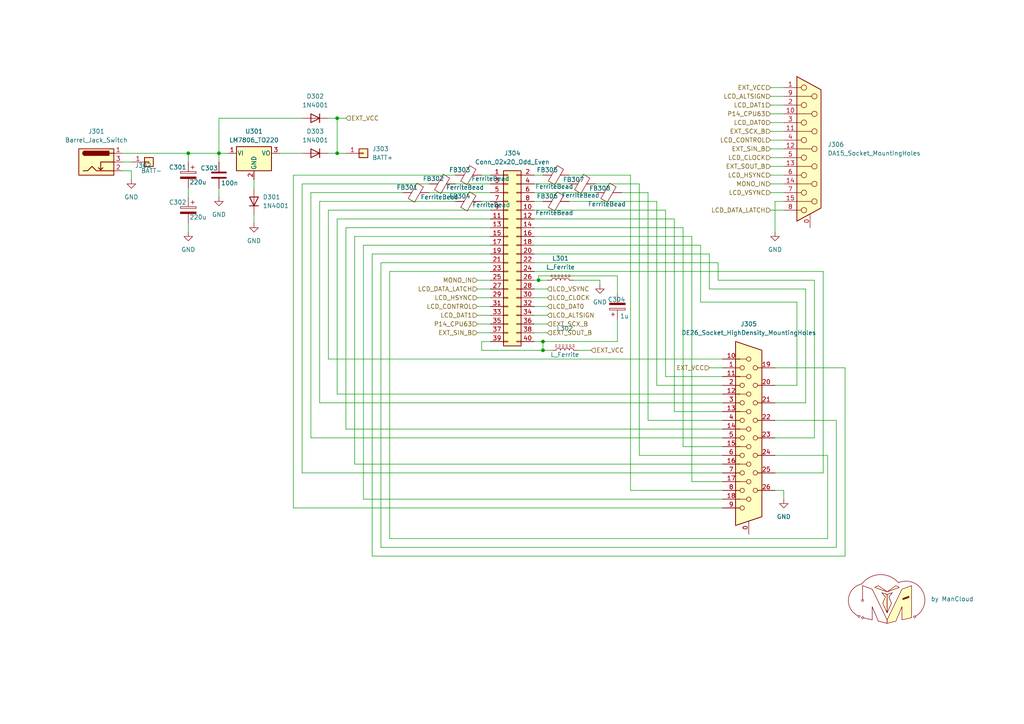
<source format=kicad_sch>
(kicad_sch (version 20250114) (generator "eeschema") (generator_version "9.0")
  (paper "A4")
  (lib_symbols
    (symbol "Connector:Barrel_Jack_Switch" (pin_names (hide yes))
      (property "Reference" "J" (at 0 5.334 0))
      (property "Value" "Barrel_Jack_Switch" (at 0 -5.08 0))
      (symbol "Barrel_Jack_Switch_0_1"
        (rectangle (start -5.08 3.81) (end 5.08 -3.81) (stroke (width 0.254)) (fill (type background)))
        (polyline (pts (xy -3.81 -2.54) (xy -2.54 -2.54) (xy -1.27 -1.27) (xy 0 -2.54) (xy 2.54 -2.54) (xy 5.08 -2.54)) (stroke (width 0.254)))
        (arc (start -3.302 1.905) (mid -3.9343 2.54) (end -3.302 3.175) (stroke (width 0.254)))
        (arc (start -3.302 1.905) (mid -3.9343 2.54) (end -3.302 3.175) (stroke (width 0.254)) (fill (type outline)))
        (polyline (pts (xy 1.27 -2.286) (xy 1.905 -1.651)) (stroke (width 0.254)))
        (rectangle (start 3.683 3.175) (end -3.302 1.905) (stroke (width 0.254)) (fill (type outline)))
        (polyline (pts (xy 5.08 2.54) (xy 3.81 2.54)) (stroke (width 0.254)))
        (polyline (pts (xy 5.08 0) (xy 1.27 0) (xy 1.27 -2.286) (xy 0.635 -1.651)) (stroke (width 0.254)))
      )
      (symbol "Barrel_Jack_Switch_1_1"
        (pin passive line (at 7.62 2.54 180) (length 2.54) (name "~") (number "1"))
        (pin passive line (at 7.62 0 180) (length 2.54) (name "~") (number "3"))
        (pin passive line (at 7.62 -2.54 180) (length 2.54) (name "~") (number "2"))
      )
    )
    (symbol "Connector:DA15_Socket_MountingHoles" (pin_names (offset 1.016) (hide yes))
      (property "Reference" "J" (at 0 24.13 0))
      (property "Value" "DA15_Socket_MountingHoles" (at 0 22.225 0))
      (symbol "DA15_Socket_MountingHoles_0_1"
        (polyline (pts (xy -3.81 20.955) (xy 3.175 17.145) (xy 3.175 -17.145) (xy -3.81 -20.955) (xy -3.81 20.955)) (stroke (width 0.254)) (fill (type background)))
        (polyline (pts (xy -3.81 17.78) (xy -2.54 17.78)))
        (polyline (pts (xy -3.81 15.24) (xy 0.508 15.24)))
        (polyline (pts (xy -3.81 12.7) (xy -2.54 12.7)))
        (polyline (pts (xy -3.81 10.16) (xy 0.508 10.16)))
        (polyline (pts (xy -3.81 7.62) (xy -2.54 7.62)))
        (polyline (pts (xy -3.81 5.08) (xy 0.508 5.08)))
        (polyline (pts (xy -3.81 2.54) (xy -2.54 2.54)))
        (polyline (pts (xy -3.81 0) (xy 0.508 0)))
        (polyline (pts (xy -3.81 -2.54) (xy -2.54 -2.54)))
        (polyline (pts (xy -3.81 -5.08) (xy 0.508 -5.08)))
        (polyline (pts (xy -3.81 -7.62) (xy -2.54 -7.62)))
        (polyline (pts (xy -3.81 -10.16) (xy 0.508 -10.16)))
        (polyline (pts (xy -3.81 -12.7) (xy -2.54 -12.7)))
        (polyline (pts (xy -3.81 -15.24) (xy 0.508 -15.24)))
        (polyline (pts (xy -3.81 -17.78) (xy -2.54 -17.78)))
        (circle (center -1.778 17.78) (radius 0.762))
        (circle (center -1.778 12.7) (radius 0.762))
        (circle (center -1.778 7.62) (radius 0.762))
        (circle (center -1.778 2.54) (radius 0.762))
        (circle (center -1.778 -2.54) (radius 0.762))
        (circle (center -1.778 -7.62) (radius 0.762))
        (circle (center -1.778 -12.7) (radius 0.762))
        (circle (center -1.778 -17.78) (radius 0.762))
        (circle (center 1.27 15.24) (radius 0.762))
        (circle (center 1.27 10.16) (radius 0.762))
        (circle (center 1.27 5.08) (radius 0.762))
        (circle (center 1.27 0) (radius 0.762))
        (circle (center 1.27 -5.08) (radius 0.762))
        (circle (center 1.27 -10.16) (radius 0.762))
        (circle (center 1.27 -15.24) (radius 0.762))
      )
      (symbol "DA15_Socket_MountingHoles_1_1"
        (pin passive line (at -7.62 17.78 0) (length 3.81) (name "1") (number "1"))
        (pin passive line (at -7.62 15.24 0) (length 3.81) (name "P9") (number "9"))
        (pin passive line (at -7.62 12.7 0) (length 3.81) (name "2") (number "2"))
        (pin passive line (at -7.62 10.16 0) (length 3.81) (name "P10") (number "10"))
        (pin passive line (at -7.62 7.62 0) (length 3.81) (name "3") (number "3"))
        (pin passive line (at -7.62 5.08 0) (length 3.81) (name "P111") (number "11"))
        (pin passive line (at -7.62 2.54 0) (length 3.81) (name "4") (number "4"))
        (pin passive line (at -7.62 0 0) (length 3.81) (name "P12") (number "12"))
        (pin passive line (at -7.62 -2.54 0) (length 3.81) (name "5") (number "5"))
        (pin passive line (at -7.62 -5.08 0) (length 3.81) (name "P13") (number "13"))
        (pin passive line (at -7.62 -7.62 0) (length 3.81) (name "6") (number "6"))
        (pin passive line (at -7.62 -10.16 0) (length 3.81) (name "P14") (number "14"))
        (pin passive line (at -7.62 -12.7 0) (length 3.81) (name "7") (number "7"))
        (pin passive line (at -7.62 -15.24 0) (length 3.81) (name "P15") (number "15"))
        (pin passive line (at -7.62 -17.78 0) (length 3.81) (name "8") (number "8"))
        (pin passive line (at 0 -22.86 90) (length 3.81) (name "PAD") (number "0"))
      )
    )
    (symbol "Connector_Generic:Conn_01x01" (pin_names (offset 1.016) (hide yes))
      (property "Reference" "J" (at 0 2.54 0))
      (property "Value" "Conn_01x01" (at 0 -2.54 0))
      (symbol "Conn_01x01_1_1"
        (rectangle (start -1.27 1.27) (end 1.27 -1.27) (stroke (width 0.254)) (fill (type background)))
        (rectangle (start -1.27 0.127) (end 0 -0.127) (stroke (width 0.1524)))
        (pin passive line (at -5.08 0 0) (length 3.81) (name "Pin_1") (number "1"))
      )
    )
    (symbol "Connector_Generic:Conn_02x20_Odd_Even" (pin_names (offset 1.016) (hide yes))
      (property "Reference" "J" (at 1.27 25.4 0))
      (property "Value" "Conn_02x20_Odd_Even" (at 1.27 -27.94 0))
      (symbol "Conn_02x20_Odd_Even_1_1"
        (rectangle (start -1.27 24.13) (end 3.81 -26.67) (stroke (width 0.254)) (fill (type background)))
        (rectangle (start -1.27 22.987) (end 0 22.733) (stroke (width 0.1524)))
        (rectangle (start -1.27 20.447) (end 0 20.193) (stroke (width 0.1524)))
        (rectangle (start -1.27 17.907) (end 0 17.653) (stroke (width 0.1524)))
        (rectangle (start -1.27 15.367) (end 0 15.113) (stroke (width 0.1524)))
        (rectangle (start -1.27 12.827) (end 0 12.573) (stroke (width 0.1524)))
        (rectangle (start -1.27 10.287) (end 0 10.033) (stroke (width 0.1524)))
        (rectangle (start -1.27 7.747) (end 0 7.493) (stroke (width 0.1524)))
        (rectangle (start -1.27 5.207) (end 0 4.953) (stroke (width 0.1524)))
        (rectangle (start -1.27 2.667) (end 0 2.413) (stroke (width 0.1524)))
        (rectangle (start -1.27 0.127) (end 0 -0.127) (stroke (width 0.1524)))
        (rectangle (start -1.27 -2.413) (end 0 -2.667) (stroke (width 0.1524)))
        (rectangle (start -1.27 -4.953) (end 0 -5.207) (stroke (width 0.1524)))
        (rectangle (start -1.27 -7.493) (end 0 -7.747) (stroke (width 0.1524)))
        (rectangle (start -1.27 -10.033) (end 0 -10.287) (stroke (width 0.1524)))
        (rectangle (start -1.27 -12.573) (end 0 -12.827) (stroke (width 0.1524)))
        (rectangle (start -1.27 -15.113) (end 0 -15.367) (stroke (width 0.1524)))
        (rectangle (start -1.27 -17.653) (end 0 -17.907) (stroke (width 0.1524)))
        (rectangle (start -1.27 -20.193) (end 0 -20.447) (stroke (width 0.1524)))
        (rectangle (start -1.27 -22.733) (end 0 -22.987) (stroke (width 0.1524)))
        (rectangle (start -1.27 -25.273) (end 0 -25.527) (stroke (width 0.1524)))
        (rectangle (start 3.81 22.987) (end 2.54 22.733) (stroke (width 0.1524)))
        (rectangle (start 3.81 20.447) (end 2.54 20.193) (stroke (width 0.1524)))
        (rectangle (start 3.81 17.907) (end 2.54 17.653) (stroke (width 0.1524)))
        (rectangle (start 3.81 15.367) (end 2.54 15.113) (stroke (width 0.1524)))
        (rectangle (start 3.81 12.827) (end 2.54 12.573) (stroke (width 0.1524)))
        (rectangle (start 3.81 10.287) (end 2.54 10.033) (stroke (width 0.1524)))
        (rectangle (start 3.81 7.747) (end 2.54 7.493) (stroke (width 0.1524)))
        (rectangle (start 3.81 5.207) (end 2.54 4.953) (stroke (width 0.1524)))
        (rectangle (start 3.81 2.667) (end 2.54 2.413) (stroke (width 0.1524)))
        (rectangle (start 3.81 0.127) (end 2.54 -0.127) (stroke (width 0.1524)))
        (rectangle (start 3.81 -2.413) (end 2.54 -2.667) (stroke (width 0.1524)))
        (rectangle (start 3.81 -4.953) (end 2.54 -5.207) (stroke (width 0.1524)))
        (rectangle (start 3.81 -7.493) (end 2.54 -7.747) (stroke (width 0.1524)))
        (rectangle (start 3.81 -10.033) (end 2.54 -10.287) (stroke (width 0.1524)))
        (rectangle (start 3.81 -12.573) (end 2.54 -12.827) (stroke (width 0.1524)))
        (rectangle (start 3.81 -15.113) (end 2.54 -15.367) (stroke (width 0.1524)))
        (rectangle (start 3.81 -17.653) (end 2.54 -17.907) (stroke (width 0.1524)))
        (rectangle (start 3.81 -20.193) (end 2.54 -20.447) (stroke (width 0.1524)))
        (rectangle (start 3.81 -22.733) (end 2.54 -22.987) (stroke (width 0.1524)))
        (rectangle (start 3.81 -25.273) (end 2.54 -25.527) (stroke (width 0.1524)))
        (pin passive line (at -5.08 22.86 0) (length 3.81) (name "Pin_1") (number "1"))
        (pin passive line (at -5.08 20.32 0) (length 3.81) (name "Pin_3") (number "3"))
        (pin passive line (at -5.08 17.78 0) (length 3.81) (name "Pin_5") (number "5"))
        (pin passive line (at -5.08 15.24 0) (length 3.81) (name "Pin_7") (number "7"))
        (pin passive line (at -5.08 12.7 0) (length 3.81) (name "Pin_9") (number "9"))
        (pin passive line (at -5.08 10.16 0) (length 3.81) (name "Pin_11") (number "11"))
        (pin passive line (at -5.08 7.62 0) (length 3.81) (name "Pin_13") (number "13"))
        (pin passive line (at -5.08 5.08 0) (length 3.81) (name "Pin_15") (number "15"))
        (pin passive line (at -5.08 2.54 0) (length 3.81) (name "Pin_17") (number "17"))
        (pin passive line (at -5.08 0 0) (length 3.81) (name "Pin_19") (number "19"))
        (pin passive line (at -5.08 -2.54 0) (length 3.81) (name "Pin_21") (number "21"))
        (pin passive line (at -5.08 -5.08 0) (length 3.81) (name "Pin_23") (number "23"))
        (pin passive line (at -5.08 -7.62 0) (length 3.81) (name "Pin_25") (number "25"))
        (pin passive line (at -5.08 -10.16 0) (length 3.81) (name "Pin_27") (number "27"))
        (pin passive line (at -5.08 -12.7 0) (length 3.81) (name "Pin_29") (number "29"))
        (pin passive line (at -5.08 -15.24 0) (length 3.81) (name "Pin_31") (number "31"))
        (pin passive line (at -5.08 -17.78 0) (length 3.81) (name "Pin_33") (number "33"))
        (pin passive line (at -5.08 -20.32 0) (length 3.81) (name "Pin_35") (number "35"))
        (pin passive line (at -5.08 -22.86 0) (length 3.81) (name "Pin_37") (number "37"))
        (pin passive line (at -5.08 -25.4 0) (length 3.81) (name "Pin_39") (number "39"))
        (pin passive line (at 7.62 22.86 180) (length 3.81) (name "Pin_2") (number "2"))
        (pin passive line (at 7.62 20.32 180) (length 3.81) (name "Pin_4") (number "4"))
        (pin passive line (at 7.62 17.78 180) (length 3.81) (name "Pin_6") (number "6"))
        (pin passive line (at 7.62 15.24 180) (length 3.81) (name "Pin_8") (number "8"))
        (pin passive line (at 7.62 12.7 180) (length 3.81) (name "Pin_10") (number "10"))
        (pin passive line (at 7.62 10.16 180) (length 3.81) (name "Pin_12") (number "12"))
        (pin passive line (at 7.62 7.62 180) (length 3.81) (name "Pin_14") (number "14"))
        (pin passive line (at 7.62 5.08 180) (length 3.81) (name "Pin_16") (number "16"))
        (pin passive line (at 7.62 2.54 180) (length 3.81) (name "Pin_18") (number "18"))
        (pin passive line (at 7.62 0 180) (length 3.81) (name "Pin_20") (number "20"))
        (pin passive line (at 7.62 -2.54 180) (length 3.81) (name "Pin_22") (number "22"))
        (pin passive line (at 7.62 -5.08 180) (length 3.81) (name "Pin_24") (number "24"))
        (pin passive line (at 7.62 -7.62 180) (length 3.81) (name "Pin_26") (number "26"))
        (pin passive line (at 7.62 -10.16 180) (length 3.81) (name "Pin_28") (number "28"))
        (pin passive line (at 7.62 -12.7 180) (length 3.81) (name "Pin_30") (number "30"))
        (pin passive line (at 7.62 -15.24 180) (length 3.81) (name "Pin_32") (number "32"))
        (pin passive line (at 7.62 -17.78 180) (length 3.81) (name "Pin_34") (number "34"))
        (pin passive line (at 7.62 -20.32 180) (length 3.81) (name "Pin_36") (number "36"))
        (pin passive line (at 7.62 -22.86 180) (length 3.81) (name "Pin_38") (number "38"))
        (pin passive line (at 7.62 -25.4 180) (length 3.81) (name "Pin_40") (number "40"))
      )
    )
    (symbol "Device:C" (pin_numbers (hide yes)) (pin_names (offset 0.254))
      (property "Reference" "C" (at 0.635 2.54 0))
      (property "Value" "C" (at 0.635 -2.54 0))
      (symbol "C_0_1"
        (polyline (pts (xy -2.032 0.762) (xy 2.032 0.762)) (stroke (width 0.508)))
        (polyline (pts (xy -2.032 -0.762) (xy 2.032 -0.762)) (stroke (width 0.508)))
      )
      (symbol "C_1_1"
        (pin passive line (at 0 3.81 270) (length 2.794) (name "~") (number "1"))
        (pin passive line (at 0 -3.81 90) (length 2.794) (name "~") (number "2"))
      )
    )
    (symbol "Device:C_Polarized" (pin_numbers (hide yes)) (pin_names (offset 0.254))
      (property "Reference" "C" (at 0.635 2.54 0))
      (property "Value" "C_Polarized" (at 0.635 -2.54 0))
      (symbol "C_Polarized_0_1"
        (rectangle (start -2.286 0.508) (end 2.286 1.016))
        (polyline (pts (xy -1.778 2.286) (xy -0.762 2.286)))
        (polyline (pts (xy -1.27 2.794) (xy -1.27 1.778)))
        (rectangle (start 2.286 -0.508) (end -2.286 -1.016) (fill (type outline)))
      )
      (symbol "C_Polarized_1_1"
        (pin passive line (at 0 3.81 270) (length 2.794) (name "~") (number "1"))
        (pin passive line (at 0 -3.81 90) (length 2.794) (name "~") (number "2"))
      )
    )
    (symbol "Device:FerriteBead" (pin_numbers (hide yes)) (pin_names (offset 0))
      (property "Reference" "FB" (at -3.81 0.635 90))
      (property "Value" "FerriteBead" (at 3.81 0 90))
      (symbol "FerriteBead_0_1"
        (polyline (pts (xy -2.7686 0.4064) (xy -1.7018 2.2606) (xy 2.7686 -0.3048) (xy 1.6764 -2.159) (xy -2.7686 0.4064)))
        (polyline (pts (xy 0 1.27) (xy 0 1.2954)))
        (polyline (pts (xy 0 -1.27) (xy 0 -1.2192)))
      )
      (symbol "FerriteBead_1_1"
        (pin passive line (at 0 3.81 270) (length 2.54) (name "~") (number "1"))
        (pin passive line (at 0 -3.81 90) (length 2.54) (name "~") (number "2"))
      )
    )
    (symbol "Device:L_Ferrite" (pin_numbers (hide yes)) (pin_names (offset 1.016) (hide yes))
      (property "Reference" "L" (at -1.27 0 90))
      (property "Value" "L_Ferrite" (at 2.794 0 90))
      (symbol "L_Ferrite_0_1"
        (arc (start 0 2.54) (mid 0.6323 1.905) (end 0 1.27))
        (arc (start 0 1.27) (mid 0.6323 0.635) (end 0 0))
        (arc (start 0 0) (mid 0.6323 -0.635) (end 0 -1.27))
        (arc (start 0 -1.27) (mid 0.6323 -1.905) (end 0 -2.54))
        (polyline (pts (xy 1.016 2.286) (xy 1.016 2.794)))
        (polyline (pts (xy 1.016 1.27) (xy 1.016 1.778)))
        (polyline (pts (xy 1.016 0.254) (xy 1.016 0.762)))
        (polyline (pts (xy 1.016 -0.762) (xy 1.016 -0.254)))
        (polyline (pts (xy 1.016 -1.778) (xy 1.016 -1.27)))
        (polyline (pts (xy 1.016 -2.794) (xy 1.016 -2.286)))
        (polyline (pts (xy 1.524 2.794) (xy 1.524 2.286)))
        (polyline (pts (xy 1.524 1.778) (xy 1.524 1.27)))
        (polyline (pts (xy 1.524 0.762) (xy 1.524 0.254)))
        (polyline (pts (xy 1.524 -0.254) (xy 1.524 -0.762)))
        (polyline (pts (xy 1.524 -1.27) (xy 1.524 -1.778)))
        (polyline (pts (xy 1.524 -2.286) (xy 1.524 -2.794)))
      )
      (symbol "L_Ferrite_1_1"
        (pin passive line (at 0 3.81 270) (length 1.27) (name "1") (number "1"))
        (pin passive line (at 0 -3.81 90) (length 1.27) (name "2") (number "2"))
      )
    )
    (symbol "Diode:1N4001" (pin_numbers (hide yes)) (pin_names (hide yes))
      (property "Reference" "D" (at 0 2.54 0))
      (property "Value" "1N4001" (at 0 -2.54 0))
      (symbol "1N4001_0_1"
        (polyline (pts (xy -1.27 1.27) (xy -1.27 -1.27)) (stroke (width 0.254)))
        (polyline (pts (xy 1.27 1.27) (xy 1.27 -1.27) (xy -1.27 0) (xy 1.27 1.27)) (stroke (width 0.254)))
        (polyline (pts (xy 1.27 0) (xy -1.27 0)))
      )
      (symbol "1N4001_1_1"
        (pin passive line (at -3.81 0 0) (length 2.54) (name "K") (number "1"))
        (pin passive line (at 3.81 0 180) (length 2.54) (name "A") (number "2"))
      )
    )
    (symbol "Eigenes:by ManCloud"
      (property "Value" "by ManCloud" (at -9.0424 -7.9756 0))
      (symbol "by ManCloud_0_1"
        (circle (center -8.128 -5.588) (radius 0.284) (stroke (width 0.1524)))
        (circle (center -7.112 -0.9652) (radius 0.284) (stroke (width 0.1524)))
        (circle (center -7.112 -5.969) (radius 0.284) (stroke (width 0.1524)))
        (polyline (pts (xy -6.8072 -6.0452) (xy -4.318 -6.604) (xy -4.318 -2.794) (xy -2.54 -6.985) (xy 0 -7.62) (xy 0 -6.604) (xy -4.318 2.286) (xy -7.112 3.302) (xy -7.112 -0.635)) (stroke (width 0.1524)))
        (arc (start -8.4328 -5.4356) (mid -11.1878 -0.4122) (end -7.3152 3.81) (stroke (width 0.1524)))
        (polyline (pts (xy -2.54 3.302) (xy 0 1.524) (xy -3.556 2.794) (xy -2.54 3.302)) (stroke (width 0.1524)) (fill (type background)))
        (arc (start -7.3152 3.81) (mid -2.0911 6.5108) (end 3.302 4.1656) (stroke (width 0.1524)))
        (polyline (pts (xy 0 -4.572) (xy -1.27 -1.778) (xy -0.508 0) (xy -1.524 1.27) (xy 0 0.762) (xy 0 -4.572)) (stroke (width 0.1524)) (fill (type background)))
        (polyline (pts (xy 0 -4.572) (xy 1.27 -1.778) (xy 0.508 0) (xy 1.524 1.27) (xy 0 0.762) (xy 0 -4.572)) (stroke (width 0.1524)))
        (polyline (pts (xy 2.54 3.302) (xy 0 1.524) (xy 3.556 2.794) (xy 2.54 3.302)) (stroke (width 0.1524)) (fill (type background)))
        (polyline (pts (xy 4.318 2.286) (xy 7.112 3.302) (xy 7.112 -5.969) (xy 4.318 -6.604) (xy 4.318 -2.794) (xy 2.54 -6.985) (xy 0 -7.62) (xy 0 -6.604) (xy 4.318 2.286)) (stroke (width 0.1524)) (fill (type background)))
        (arc (start 3.302 4.1656) (mid 10.3596 1.6096) (end 8.2296 -5.588) (stroke (width 0.1524)))
        (polyline (pts (xy 6.35 0.254) (xy 4.572 -0.381) (xy 4.572 -0.762) (xy 6.35 -0.127) (xy 6.35 0.254)) (stroke (width 0.1524)) (fill (type outline)))
        (circle (center 7.9756 -5.7404) (radius 0.284) (stroke (width 0.1524)))
      )
    )
    (symbol "Mega_Duck:DE26_Socket_HighDensity_MountingHoles" (pin_names (offset 1.016) (hide yes))
      (property "Reference" "J" (at 0 29.21 0))
      (property "Value" "DE26_Socket_HighDensity_MountingHoles" (at 0 26.67 0))
      (symbol "DE26_Socket_HighDensity_MountingHoles_0_1"
        (polyline (pts (xy -3.81 25.4) (xy -3.81 -27.94) (xy 3.81 -25.4) (xy 3.81 22.86) (xy -3.81 25.4)) (stroke (width 0.254)) (fill (type background)))
        (polyline (pts (xy -3.175 15.24) (xy -0.635 15.24)))
        (polyline (pts (xy -3.175 -10.16) (xy -0.635 -10.16)))
        (circle (center -1.905 17.78) (radius 0.635))
        (circle (center -1.905 12.7) (radius 0.635))
        (circle (center -1.905 7.62) (radius 0.635))
        (circle (center -1.905 2.54) (radius 0.635))
        (circle (center -1.905 -2.54) (radius 0.635))
        (circle (center -1.905 -7.62) (radius 0.635))
        (circle (center -1.905 -12.7) (radius 0.635))
        (circle (center -1.905 -17.78) (radius 0.635))
        (circle (center -1.905 -22.86) (radius 0.635))
        (polyline (pts (xy -0.635 20.32) (xy -3.175 20.32)))
        (polyline (pts (xy -0.635 10.16) (xy -3.175 10.16)))
        (polyline (pts (xy -0.635 5.08) (xy -3.175 5.08)))
        (polyline (pts (xy -0.635 0) (xy -3.175 0)))
        (polyline (pts (xy -0.635 -5.08) (xy -3.175 -5.08)))
        (polyline (pts (xy -0.635 -15.24) (xy -3.175 -15.24)))
        (polyline (pts (xy -0.635 -20.32) (xy -3.175 -20.32)))
        (circle (center 0 20.32) (radius 0.635))
        (circle (center 0 15.24) (radius 0.635))
        (circle (center 0 10.16) (radius 0.635))
        (circle (center 0 5.08) (radius 0.635))
        (circle (center 0 0) (radius 0.635))
        (circle (center 0 -5.08) (radius 0.635))
        (circle (center 0 -10.16) (radius 0.635))
        (circle (center 0 -15.24) (radius 0.635))
        (circle (center 0 -20.32) (radius 0.635))
        (circle (center 1.905 17.78) (radius 0.635))
        (circle (center 1.905 12.7) (radius 0.635))
        (circle (center 1.905 7.62) (radius 0.635))
        (circle (center 1.905 2.54) (radius 0.635))
        (circle (center 1.905 -2.54) (radius 0.635))
        (circle (center 1.905 -7.62) (radius 0.635))
        (circle (center 1.905 -12.7) (radius 0.635))
        (circle (center 1.905 -17.78) (radius 0.635))
      )
      (symbol "DE26_Socket_HighDensity_MountingHoles_1_1"
        (pin passive line (at -7.62 20.32 0) (length 5.08) (name "~") (number "10"))
        (pin passive line (at -7.62 17.78 0) (length 5.08) (name "~") (number "1"))
        (pin passive line (at -7.62 15.24 0) (length 5.08) (name "~") (number "11"))
        (pin passive line (at -7.62 12.7 0) (length 5.08) (name "~") (number "2"))
        (pin passive line (at -7.62 10.16 0) (length 5.08) (name "~") (number "12"))
        (pin passive line (at -7.62 7.62 0) (length 5.08) (name "~") (number "3"))
        (pin passive line (at -7.62 5.08 0) (length 5.08) (name "~") (number "13"))
        (pin passive line (at -7.62 2.54 0) (length 5.08) (name "~") (number "4"))
        (pin passive line (at -7.62 0 0) (length 5.08) (name "~") (number "14"))
        (pin passive line (at -7.62 -2.54 0) (length 5.08) (name "~") (number "5"))
        (pin passive line (at -7.62 -5.08 0) (length 5.08) (name "~") (number "15"))
        (pin passive line (at -7.62 -7.62 0) (length 5.08) (name "~") (number "6"))
        (pin passive line (at -7.62 -10.16 0) (length 5.08) (name "~") (number "16"))
        (pin passive line (at -7.62 -12.7 0) (length 5.08) (name "~") (number "7"))
        (pin passive line (at -7.62 -15.24 0) (length 5.08) (name "~") (number "17"))
        (pin passive line (at -7.62 -17.78 0) (length 5.08) (name "~") (number "8"))
        (pin passive line (at -7.62 -20.32 0) (length 5.08) (name "~") (number "18"))
        (pin passive line (at -7.62 -22.86 0) (length 5.08) (name "~") (number "9"))
        (pin passive line (at 0 -30.48 90) (length 3.81) (name "~") (number "0"))
        (pin passive line (at 7.62 17.78 180) (length 5.08) (name "~") (number "19"))
        (pin passive line (at 7.62 12.7 180) (length 5.08) (name "~") (number "20"))
        (pin passive line (at 7.62 7.62 180) (length 5.08) (name "~") (number "21"))
        (pin passive line (at 7.62 2.54 180) (length 5.08) (name "~") (number "22"))
        (pin passive line (at 7.62 -2.54 180) (length 5.08) (name "~") (number "23"))
        (pin passive line (at 7.62 -7.62 180) (length 5.08) (name "~") (number "24"))
        (pin passive line (at 7.62 -12.7 180) (length 5.08) (name "~") (number "25"))
        (pin passive line (at 7.62 -17.78 180) (length 5.08) (name "~") (number "26"))
      )
    )
    (symbol "Regulator_Linear:LM7806_TO220" (pin_names (offset 0.254))
      (property "Reference" "U" (at -3.81 3.175 0))
      (property "Value" "LM7806_TO220" (at 0 3.175 0))
      (symbol "LM7806_TO220_0_1"
        (rectangle (start -5.08 1.905) (end 5.08 -5.08) (stroke (width 0.254)) (fill (type background)))
      )
      (symbol "LM7806_TO220_1_1"
        (pin power_in line (at -7.62 0 0) (length 2.54) (name "VI") (number "1"))
        (pin power_in line (at 0 -7.62 90) (length 2.54) (name "GND") (number "2"))
        (pin power_out line (at 7.62 0 180) (length 2.54) (name "VO") (number "3"))
      )
    )
    (symbol "power:GND" (power) (pin_numbers (hide yes)) (pin_names (offset 0) (hide yes))
      (property "Value" "GND" (at 0 -3.81 0))
      (symbol "GND_0_1"
        (polyline (pts (xy 0 0) (xy 0 -1.27) (xy 1.27 -1.27) (xy 0 -2.54) (xy -1.27 -1.27) (xy 0 -1.27)))
      )
      (symbol "GND_1_1"
        (pin power_in line (at 0 0 270) (length 0) (name "~") (number "1"))
      )
    )
  )
  (junction (at 157.48 99.06))
  (junction (at 97.79 44.45))
  (junction (at 156.21 81.28))
  (junction (at 63.5 44.45))
  (junction (at 157.48 101.6))
  (junction (at 97.79 34.29))
  (junction (at 54.61 44.45))
  (wire (pts (xy 158.75 88.9) (xy 154.94 88.9)))
  (wire (pts (xy 182.88 142.24) (xy 209.55 142.24)))
  (wire (pts (xy 224.79 132.08) (xy 240.03 132.08)))
  (wire (pts (xy 157.48 101.6) (xy 157.48 99.06)))
  (wire (pts (xy 205.74 83.82) (xy 205.74 73.66)))
  (wire (pts (xy 209.55 134.62) (xy 102.87 134.62)))
  (wire (pts (xy 208.28 76.2) (xy 154.94 76.2)))
  (wire (pts (xy 223.52 55.88) (xy 227.33 55.88)))
  (wire (pts (xy 238.76 78.74) (xy 154.94 78.74)))
  (wire (pts (xy 138.43 93.98) (xy 142.24 93.98)))
  (wire (pts (xy 113.03 78.74) (xy 142.24 78.74)))
  (wire (pts (xy 224.79 116.84) (xy 233.68 116.84)))
  (wire (pts (xy 138.43 96.52) (xy 142.24 96.52)))
  (wire (pts (xy 195.58 63.5) (xy 154.94 63.5)))
  (wire (pts (xy 85.09 50.8) (xy 132.08 50.8)))
  (wire (pts (xy 242.57 121.92) (xy 242.57 158.75)))
  (wire (pts (xy 35.56 44.45) (xy 54.61 44.45)))
  (wire (pts (xy 223.52 45.72) (xy 227.33 45.72)))
  (wire (pts (xy 208.28 81.28) (xy 208.28 76.2)))
  (wire (pts (xy 105.41 144.78) (xy 105.41 71.12)))
  (wire (pts (xy 224.79 58.42) (xy 227.33 58.42)))
  (wire (pts (xy 223.52 33.02) (xy 227.33 33.02)))
  (wire (pts (xy 154.94 58.42) (xy 157.48 58.42)))
  (wire (pts (xy 173.99 81.28) (xy 173.99 82.55)))
  (wire (pts (xy 209.55 116.84) (xy 92.71 116.84)))
  (wire (pts (xy 203.2 87.63) (xy 203.2 71.12)))
  (wire (pts (xy 38.1 49.53) (xy 38.1 52.07)))
  (wire (pts (xy 81.28 44.45) (xy 87.63 44.45)))
  (wire (pts (xy 102.87 134.62) (xy 102.87 68.58)))
  (wire (pts (xy 87.63 34.29) (xy 63.5 34.29)))
  (wire (pts (xy 97.79 44.45) (xy 100.33 44.45)))
  (wire (pts (xy 63.5 46.99) (xy 63.5 44.45)))
  (wire (pts (xy 231.14 87.63) (xy 203.2 87.63)))
  (wire (pts (xy 209.55 111.76) (xy 190.5 111.76)))
  (wire (pts (xy 223.52 30.48) (xy 227.33 30.48)))
  (wire (pts (xy 185.42 53.34) (xy 172.72 53.34)))
  (wire (pts (xy 190.5 58.42) (xy 165.1 58.42)))
  (wire (pts (xy 92.71 116.84) (xy 92.71 58.42)))
  (wire (pts (xy 231.14 111.76) (xy 231.14 87.63)))
  (wire (pts (xy 209.55 129.54) (xy 198.12 129.54)))
  (wire (pts (xy 185.42 132.08) (xy 185.42 53.34)))
  (wire (pts (xy 198.12 66.04) (xy 154.94 66.04)))
  (wire (pts (xy 156.21 81.28) (xy 158.75 81.28)))
  (wire (pts (xy 227.33 144.78) (xy 227.33 142.24)))
  (wire (pts (xy 245.11 106.68) (xy 245.11 161.29)))
  (wire (pts (xy 245.11 161.29) (xy 107.95 161.29)))
  (wire (pts (xy 158.75 86.36) (xy 154.94 86.36)))
  (wire (pts (xy 95.25 34.29) (xy 97.79 34.29)))
  (wire (pts (xy 223.52 35.56) (xy 227.33 35.56)))
  (wire (pts (xy 171.45 101.6) (xy 167.64 101.6)))
  (wire (pts (xy 100.33 124.46) (xy 100.33 66.04)))
  (wire (pts (xy 179.07 85.09) (xy 179.07 80.01)))
  (wire (pts (xy 113.03 156.21) (xy 113.03 78.74)))
  (wire (pts (xy 138.43 86.36) (xy 142.24 86.36)))
  (wire (pts (xy 154.94 55.88) (xy 172.72 55.88)))
  (wire (pts (xy 193.04 109.22) (xy 193.04 60.96)))
  (wire (pts (xy 154.94 53.34) (xy 165.1 53.34)))
  (wire (pts (xy 200.66 68.58) (xy 154.94 68.58)))
  (wire (pts (xy 179.07 92.71) (xy 179.07 99.06)))
  (wire (pts (xy 110.49 158.75) (xy 110.49 76.2)))
  (wire (pts (xy 139.7 58.42) (xy 142.24 58.42)))
  (wire (pts (xy 166.37 81.28) (xy 173.99 81.28)))
  (wire (pts (xy 209.55 137.16) (xy 87.63 137.16)))
  (wire (pts (xy 97.79 63.5) (xy 142.24 63.5)))
  (wire (pts (xy 179.07 99.06) (xy 157.48 99.06)))
  (wire (pts (xy 209.55 144.78) (xy 105.41 144.78)))
  (wire (pts (xy 193.04 60.96) (xy 154.94 60.96)))
  (wire (pts (xy 142.24 60.96) (xy 95.25 60.96)))
  (wire (pts (xy 223.52 43.18) (xy 227.33 43.18)))
  (wire (pts (xy 240.03 132.08) (xy 240.03 156.21)))
  (wire (pts (xy 179.07 80.01) (xy 156.21 80.01)))
  (wire (pts (xy 158.75 96.52) (xy 154.94 96.52)))
  (wire (pts (xy 138.43 81.28) (xy 142.24 81.28)))
  (wire (pts (xy 90.17 55.88) (xy 116.84 55.88)))
  (wire (pts (xy 233.68 83.82) (xy 205.74 83.82)))
  (wire (pts (xy 242.57 158.75) (xy 110.49 158.75)))
  (wire (pts (xy 158.75 83.82) (xy 154.94 83.82)))
  (wire (pts (xy 142.24 99.06) (xy 139.7 99.06)))
  (wire (pts (xy 124.46 55.88) (xy 142.24 55.88)))
  (wire (pts (xy 54.61 44.45) (xy 63.5 44.45)))
  (wire (pts (xy 63.5 57.15) (xy 63.5 54.61)))
  (wire (pts (xy 224.79 111.76) (xy 231.14 111.76)))
  (wire (pts (xy 233.68 116.84) (xy 233.68 83.82)))
  (wire (pts (xy 203.2 71.12) (xy 154.94 71.12)))
  (wire (pts (xy 138.43 83.82) (xy 142.24 83.82)))
  (wire (pts (xy 236.22 81.28) (xy 208.28 81.28)))
  (wire (pts (xy 224.79 121.92) (xy 242.57 121.92)))
  (wire (pts (xy 54.61 54.61) (xy 54.61 57.15)))
  (wire (pts (xy 97.79 34.29) (xy 97.79 44.45)))
  (wire (pts (xy 35.56 49.53) (xy 38.1 49.53)))
  (wire (pts (xy 107.95 161.29) (xy 107.95 73.66)))
  (wire (pts (xy 240.03 156.21) (xy 113.03 156.21)))
  (wire (pts (xy 132.08 53.34) (xy 142.24 53.34)))
  (wire (pts (xy 138.43 88.9) (xy 142.24 88.9)))
  (wire (pts (xy 158.75 91.44) (xy 154.94 91.44)))
  (wire (pts (xy 54.61 46.99) (xy 54.61 44.45)))
  (wire (pts (xy 200.66 139.7) (xy 200.66 68.58)))
  (wire (pts (xy 139.7 101.6) (xy 157.48 101.6)))
  (wire (pts (xy 87.63 53.34) (xy 124.46 53.34)))
  (wire (pts (xy 157.48 101.6) (xy 160.02 101.6)))
  (wire (pts (xy 95.25 60.96) (xy 95.25 104.14)))
  (wire (pts (xy 187.96 121.92) (xy 187.96 55.88)))
  (wire (pts (xy 107.95 73.66) (xy 142.24 73.66)))
  (wire (pts (xy 223.52 38.1) (xy 227.33 38.1)))
  (wire (pts (xy 223.52 25.4) (xy 227.33 25.4)))
  (wire (pts (xy 209.55 139.7) (xy 200.66 139.7)))
  (wire (pts (xy 95.25 104.14) (xy 209.55 104.14)))
  (wire (pts (xy 139.7 50.8) (xy 142.24 50.8)))
  (wire (pts (xy 190.5 111.76) (xy 190.5 58.42)))
  (wire (pts (xy 238.76 137.16) (xy 238.76 78.74)))
  (wire (pts (xy 224.79 137.16) (xy 238.76 137.16)))
  (wire (pts (xy 54.61 64.77) (xy 54.61 67.31)))
  (wire (pts (xy 209.55 124.46) (xy 100.33 124.46)))
  (wire (pts (xy 154.94 99.06) (xy 157.48 99.06)))
  (wire (pts (xy 63.5 34.29) (xy 63.5 44.45)))
  (wire (pts (xy 85.09 147.32) (xy 85.09 50.8)))
  (wire (pts (xy 209.55 109.22) (xy 193.04 109.22)))
  (wire (pts (xy 97.79 114.3) (xy 97.79 63.5)))
  (wire (pts (xy 223.52 40.64) (xy 227.33 40.64)))
  (wire (pts (xy 105.41 71.12) (xy 142.24 71.12)))
  (wire (pts (xy 224.79 67.31) (xy 224.79 58.42)))
  (wire (pts (xy 209.55 127) (xy 90.17 127)))
  (wire (pts (xy 73.66 52.07) (xy 73.66 54.61)))
  (wire (pts (xy 156.21 80.01) (xy 156.21 81.28)))
  (wire (pts (xy 138.43 91.44) (xy 142.24 91.44)))
  (wire (pts (xy 95.25 44.45) (xy 97.79 44.45)))
  (wire (pts (xy 224.79 106.68) (xy 245.11 106.68)))
  (wire (pts (xy 110.49 76.2) (xy 142.24 76.2)))
  (wire (pts (xy 227.33 142.24) (xy 224.79 142.24)))
  (wire (pts (xy 223.52 60.96) (xy 227.33 60.96)))
  (wire (pts (xy 209.55 114.3) (xy 97.79 114.3)))
  (wire (pts (xy 223.52 50.8) (xy 227.33 50.8)))
  (wire (pts (xy 224.79 127) (xy 236.22 127)))
  (wire (pts (xy 182.88 50.8) (xy 182.88 142.24)))
  (wire (pts (xy 209.55 119.38) (xy 195.58 119.38)))
  (wire (pts (xy 63.5 44.45) (xy 66.04 44.45)))
  (wire (pts (xy 158.75 93.98) (xy 154.94 93.98)))
  (wire (pts (xy 195.58 119.38) (xy 195.58 63.5)))
  (wire (pts (xy 236.22 127) (xy 236.22 81.28)))
  (wire (pts (xy 154.94 81.28) (xy 156.21 81.28)))
  (wire (pts (xy 205.74 73.66) (xy 154.94 73.66)))
  (wire (pts (xy 209.55 147.32) (xy 85.09 147.32)))
  (wire (pts (xy 209.55 132.08) (xy 185.42 132.08)))
  (wire (pts (xy 92.71 58.42) (xy 132.08 58.42)))
  (wire (pts (xy 102.87 68.58) (xy 142.24 68.58)))
  (wire (pts (xy 100.33 34.29) (xy 97.79 34.29)))
  (wire (pts (xy 100.33 66.04) (xy 142.24 66.04)))
  (wire (pts (xy 187.96 55.88) (xy 180.34 55.88)))
  (wire (pts (xy 154.94 50.8) (xy 157.48 50.8)))
  (wire (pts (xy 90.17 127) (xy 90.17 55.88)))
  (wire (pts (xy 198.12 129.54) (xy 198.12 66.04)))
  (wire (pts (xy 165.1 50.8) (xy 182.88 50.8)))
  (wire (pts (xy 139.7 99.06) (xy 139.7 101.6)))
  (wire (pts (xy 223.52 27.94) (xy 227.33 27.94)))
  (wire (pts (xy 35.56 46.99) (xy 38.1 46.99)))
  (wire (pts (xy 87.63 137.16) (xy 87.63 53.34)))
  (wire (pts (xy 209.55 121.92) (xy 187.96 121.92)))
  (wire (pts (xy 223.52 48.26) (xy 227.33 48.26)))
  (wire (pts (xy 205.74 106.68) (xy 209.55 106.68)))
  (wire (pts (xy 223.52 53.34) (xy 227.33 53.34)))
  (wire (pts (xy 73.66 64.77) (xy 73.66 62.23)))
  (hierarchical_label "LCD_DAT0" (shape input) (at 158.75 88.9 0))
  (hierarchical_label "MONO_IN" (shape input) (at 138.43 81.28 180))
  (hierarchical_label "P14_CPU63" (shape input) (at 138.43 93.98 180))
  (hierarchical_label "EXT_VCC" (shape input) (at 171.45 101.6 0))
  (hierarchical_label "LCD_DATA_LATCH" (shape input) (at 223.52 60.96 180))
  (hierarchical_label "EXT_SOUT_B" (shape input) (at 158.75 96.52 0))
  (hierarchical_label "EXT_SIN_B" (shape input) (at 223.52 43.18 180))
  (hierarchical_label "EXT_VCC" (shape input) (at 100.33 34.29 0))
  (hierarchical_label "LCD_CLOCK" (shape input) (at 223.52 45.72 180))
  (hierarchical_label "P14_CPU63" (shape input) (at 223.52 33.02 180))
  (hierarchical_label "EXT_SOUT_B" (shape input) (at 223.52 48.26 180))
  (hierarchical_label "LCD_DAT0" (shape input) (at 223.52 35.56 180))
  (hierarchical_label "LCD_HSYNC" (shape input) (at 223.52 50.8 180))
  (hierarchical_label "LCD_VSYNC" (shape input) (at 158.75 83.82 0))
  (hierarchical_label "MONO_IN" (shape input) (at 223.52 53.34 180))
  (hierarchical_label "LCD_DATA_LATCH" (shape input) (at 138.43 83.82 180))
  (hierarchical_label "EXT_SCX_B" (shape input) (at 158.75 93.98 0))
  (hierarchical_label "LCD_VSYNC" (shape input) (at 223.52 55.88 180))
  (hierarchical_label "LCD_HSYNC" (shape input) (at 138.43 86.36 180))
  (hierarchical_label "EXT_VCC" (shape input) (at 205.74 106.68 180))
  (hierarchical_label "LCD_CONTROL" (shape input) (at 138.43 88.9 180))
  (hierarchical_label "EXT_SIN_B" (shape input) (at 138.43 96.52 180))
  (hierarchical_label "LCD_ALTSIGN" (shape input) (at 158.75 91.44 0))
  (hierarchical_label "LCD_CONTROL" (shape input) (at 223.52 40.64 180))
  (hierarchical_label "LCD_ALTSIGN" (shape input) (at 223.52 27.94 180))
  (hierarchical_label "LCD_DAT1" (shape input) (at 223.52 30.48 180))
  (hierarchical_label "LCD_DAT1" (shape input) (at 138.43 91.44 180))
  (hierarchical_label "EXT_SCX_B" (shape input) (at 223.52 38.1 180))
  (hierarchical_label "EXT_VCC" (shape input) (at 223.52 25.4 180))
  (hierarchical_label "LCD_CLOCK" (shape input) (at 158.75 86.36 0))
  (symbol (lib_id "Diode:1N4001") (at 73.66 58.42 270) (mirror x) (unit 1)
    (property "Reference" "D301" (at 76.2 57.1499 90) (effects (justify left)))
    (property "Value" "1N4001" (at 76.2 59.6899 90) (effects (justify left)))
    (property "Footprint" "Diode_THT:D_DO-41_SOD81_P10.16mm_Horizontal" (effects (hide yes)))
    (property "Datasheet" "http://www.vishay.com/docs/88503/1n4001.pdf" (effects (hide yes)))
    (property "Description" "50V 1A General Purpose Rectifier Diode, DO-41" (effects (hide yes)))
    (property "Sim.Device" "D" (effects (hide yes)))
    (property "Sim.Pins" "1=K 2=A" (effects (hide yes)))
  )
  (symbol (lib_id "Device:L_Ferrite") (at 162.56 81.28 90) (unit 1)
    (property "Reference" "L301" (at 162.56 74.93 90))
    (property "Value" "L_Ferrite" (at 162.56 77.47 90))
    (property "Description" "Inductor with ferrite core" (effects (hide yes)))
  )
  (symbol (lib_id "Eigenes:by ManCloud") (at 257.2928 173.1743 0) (unit 1)
    (property "Reference" "U302" (effects (hide yes)))
    (property "Value" "by ManCloud" (at 269.9704 173.7269 0) (effects (justify left)))
  )
  (symbol (lib_id "power:GND") (at 227.33 144.78 0) (unit 1)
    (property "Reference" "#PWR0307" (effects (hide yes)))
    (property "Value" "GND" (at 227.33 149.86 0))
    (property "Description" "Power symbol creates a global label with name \"GND\" , ground" (effects (hide yes)))
  )
  (symbol (lib_id "Device:L_Ferrite") (at 163.83 101.6 90) (unit 1)
    (property "Reference" "L302" (at 163.83 95.25 90))
    (property "Value" "L_Ferrite" (at 163.83 102.87 90))
    (property "Description" "Inductor with ferrite core" (effects (hide yes)))
  )
  (symbol (lib_id "power:GND") (at 224.79 67.31 0) (unit 1)
    (property "Reference" "#PWR0306" (effects (hide yes)))
    (property "Value" "GND" (at 224.79 72.39 0))
    (property "Description" "Power symbol creates a global label with name \"GND\" , ground" (effects (hide yes)))
  )
  (symbol (lib_id "Device:FerriteBead") (at 168.91 53.34 90) (unit 1)
    (property "Reference" "FB307" (at 166.37 52.07 90))
    (property "Value" "FerriteBead" (at 168.402 56.642 90))
    (property "Footprint" "Inductor_THT:L_Axial_L5.3mm_D2.2mm_P2.54mm_Vertical_Vishay_IM-1" (effects (hide yes)))
    (property "Description" "Ferrite bead" (effects (hide yes)))
  )
  (symbol (lib_id "Diode:1N4001") (at 91.44 44.45 180) (unit 1)
    (property "Reference" "D303" (at 91.44 38.1 0))
    (property "Value" "1N4001" (at 91.44 40.64 0))
    (property "Footprint" "Diode_THT:D_DO-41_SOD81_P10.16mm_Horizontal" (effects (hide yes)))
    (property "Datasheet" "http://www.vishay.com/docs/88503/1n4001.pdf" (effects (hide yes)))
    (property "Description" "50V 1A General Purpose Rectifier Diode, DO-41" (effects (hide yes)))
    (property "Sim.Device" "D" (effects (hide yes)))
    (property "Sim.Pins" "1=K 2=A" (effects (hide yes)))
  )
  (symbol (lib_id "Device:C_Polarized") (at 54.61 60.96 0) (mirror y) (unit 1)
    (property "Reference" "C302" (at 54.102 58.674 0) (effects (justify left)))
    (property "Value" "220u" (at 59.944 62.992 0) (effects (justify left)))
    (property "Description" "Polarized capacitor" (effects (hide yes)))
  )
  (symbol (lib_id "power:GND") (at 54.61 67.31 0) (mirror y) (unit 1)
    (property "Reference" "#PWR0302" (effects (hide yes)))
    (property "Value" "GND" (at 54.61 72.39 0))
    (property "Description" "Power symbol creates a global label with name \"GND\" , ground" (effects (hide yes)))
  )
  (symbol (lib_id "Connector:DA15_Socket_MountingHoles") (at 234.95 43.18 0) (unit 1)
    (property "Reference" "J306" (at 240.03 41.9099 0) (effects (justify left)))
    (property "Value" "DA15_Socket_MountingHoles" (at 240.03 44.4499 0) (effects (justify left)))
    (property "Description" "15-pin D-SUB connector, socket (female) (low-density/2 columns), Mounting Hole" (effects (hide yes)))
  )
  (symbol (lib_id "Connector_Generic:Conn_01x01") (at 105.41 44.45 0) (unit 1)
    (property "Reference" "J303" (at 107.95 43.1799 0) (effects (justify left)))
    (property "Value" "BATT+" (at 107.95 45.7199 0) (effects (justify left)))
    (property "Description" "Generic connector, single row, 01x01, script generated (kicad-library-utils/schlib/autogen/connector/)" (effects (hide yes)))
  )
  (symbol (lib_id "Device:FerriteBead") (at 161.29 58.42 90) (unit 1)
    (property "Reference" "FB306" (at 158.75 56.896 90))
    (property "Value" "FerriteBead" (at 160.782 61.722 90))
    (property "Footprint" "Inductor_THT:L_Axial_L5.3mm_D2.2mm_P2.54mm_Vertical_Vishay_IM-1" (effects (hide yes)))
    (property "Description" "Ferrite bead" (effects (hide yes)))
  )
  (symbol (lib_id "Diode:1N4001") (at 91.44 34.29 0) (mirror y) (unit 1)
    (property "Reference" "D302" (at 91.44 27.94 0))
    (property "Value" "1N4001" (at 91.44 30.48 0))
    (property "Footprint" "Diode_THT:D_DO-41_SOD81_P10.16mm_Horizontal" (effects (hide yes)))
    (property "Datasheet" "http://www.vishay.com/docs/88503/1n4001.pdf" (effects (hide yes)))
    (property "Description" "50V 1A General Purpose Rectifier Diode, DO-41" (effects (hide yes)))
    (property "Sim.Device" "D" (effects (hide yes)))
    (property "Sim.Pins" "1=K 2=A" (effects (hide yes)))
  )
  (symbol (lib_id "Device:FerriteBead") (at 161.29 50.8 90) (unit 1)
    (property "Reference" "FB305" (at 158.75 49.276 90))
    (property "Value" "FerriteBead" (at 160.782 54.102 90))
    (property "Footprint" "Inductor_THT:L_Axial_L5.3mm_D2.2mm_P2.54mm_Vertical_Vishay_IM-1" (effects (hide yes)))
    (property "Description" "Ferrite bead" (effects (hide yes)))
  )
  (symbol (lib_id "Device:C_Polarized") (at 54.61 50.8 0) (mirror y) (unit 1)
    (property "Reference" "C301" (at 54.102 48.514 0) (effects (justify left)))
    (property "Value" "220u" (at 59.944 52.832 0) (effects (justify left)))
    (property "Description" "Polarized capacitor" (effects (hide yes)))
  )
  (symbol (lib_id "Connector_Generic:Conn_02x20_Odd_Even") (at 147.32 73.66 0) (unit 1)
    (property "Reference" "J304" (at 148.59 44.45 0))
    (property "Value" "Conn_02x20_Odd_Even" (at 148.59 46.99 0))
    (property "Description" "Generic connector, double row, 02x20, odd/even pin numbering scheme (row 1 odd numbers, row 2 even numbers), script generated (kicad-library-utils/schlib/autogen/connector/)" (effects (hide yes)))
  )
  (symbol (lib_id "Device:FerriteBead") (at 135.89 50.8 90) (unit 1)
    (property "Reference" "FB303" (at 133.35 49.276 90))
    (property "Value" "FerriteBead" (at 142.24 51.816 90))
    (property "Footprint" "Inductor_THT:L_Axial_L5.3mm_D2.2mm_P2.54mm_Vertical_Vishay_IM-1" (effects (hide yes)))
    (property "Description" "Ferrite bead" (effects (hide yes)))
  )
  (symbol (lib_id "Device:C_Polarized") (at 179.07 88.9 0) (mirror x) (unit 1)
    (property "Reference" "C304" (at 176.276 86.868 0) (effects (justify left)))
    (property "Value" "1u" (at 179.832 91.694 0) (effects (justify left)))
    (property "Description" "Polarized capacitor" (effects (hide yes)))
  )
  (symbol (lib_id "Device:FerriteBead") (at 128.27 53.34 90) (unit 1)
    (property "Reference" "FB302" (at 125.73 51.816 90))
    (property "Value" "FerriteBead" (at 134.874 54.356 90))
    (property "Footprint" "Inductor_THT:L_Axial_L5.3mm_D2.2mm_P2.54mm_Vertical_Vishay_IM-1" (effects (hide yes)))
    (property "Description" "Ferrite bead" (effects (hide yes)))
  )
  (symbol (lib_id "power:GND") (at 173.99 82.55 0) (unit 1)
    (property "Reference" "#PWR0305" (effects (hide yes)))
    (property "Value" "GND" (at 173.99 87.63 0))
    (property "Description" "Power symbol creates a global label with name \"GND\" , ground" (effects (hide yes)))
  )
  (symbol (lib_id "power:GND") (at 73.66 64.77 0) (mirror y) (unit 1)
    (property "Reference" "#PWR0304" (effects (hide yes)))
    (property "Value" "GND" (at 73.66 69.85 0))
    (property "Description" "Power symbol creates a global label with name \"GND\" , ground" (effects (hide yes)))
  )
  (symbol (lib_id "Device:C") (at 63.5 50.8 0) (mirror y) (unit 1)
    (property "Reference" "C303" (at 63.246 48.768 0) (effects (justify left)))
    (property "Value" "100n" (at 69.088 53.086 0) (effects (justify left)))
    (property "Description" "Unpolarized capacitor" (effects (hide yes)))
  )
  (symbol (lib_id "Device:FerriteBead") (at 120.65 55.88 90) (unit 1)
    (property "Reference" "FB301" (at 118.11 54.356 90))
    (property "Value" "FerriteBead" (at 127.508 57.15 90))
    (property "Footprint" "Inductor_THT:L_Axial_L5.3mm_D2.2mm_P2.54mm_Vertical_Vishay_IM-1" (effects (hide yes)))
    (property "Description" "Ferrite bead" (effects (hide yes)))
  )
  (symbol (lib_id "Device:FerriteBead") (at 135.89 58.42 90) (unit 1)
    (property "Reference" "FB304" (at 133.35 56.896 90))
    (property "Value" "FerriteBead" (at 142.494 59.436 90))
    (property "Footprint" "Inductor_THT:L_Axial_L5.3mm_D2.2mm_P2.54mm_Vertical_Vishay_IM-1" (effects (hide yes)))
    (property "Description" "Ferrite bead" (effects (hide yes)))
  )
  (symbol (lib_id "Mega_Duck:DE26_Socket_HighDensity_MountingHoles") (at 217.17 124.46 0) (unit 1)
    (property "Reference" "J305" (at 217.17 93.98 0))
    (property "Value" "DE26_Socket_HighDensity_MountingHoles" (at 217.17 96.52 0))
    (property "Description" "15-pin D-SUB connector, socket (female), High density (3 columns), Triple Row, Generic, VGA-connector, Mounting Hole" (effects (hide yes)))
  )
  (symbol (lib_id "power:GND") (at 63.5 57.15 0) (mirror y) (unit 1)
    (property "Reference" "#PWR0303" (effects (hide yes)))
    (property "Value" "GND" (at 63.5 62.23 0))
    (property "Description" "Power symbol creates a global label with name \"GND\" , ground" (effects (hide yes)))
  )
  (symbol (lib_id "Connector:Barrel_Jack_Switch") (at 27.94 46.99 0) (unit 1)
    (property "Reference" "J301" (at 27.94 38.1 0))
    (property "Value" "Barrel_Jack_Switch" (at 27.94 40.64 0))
    (property "Description" "DC Barrel Jack with an internal switch" (effects (hide yes)))
  )
  (symbol (lib_id "Connector_Generic:Conn_01x01") (at 43.18 46.99 0) (unit 1)
    (property "Reference" "J302" (at 39.116 48.006 0) (effects (justify left)))
    (property "Value" "BATT-" (at 40.894 49.53 0) (effects (justify left)))
    (property "Description" "Generic connector, single row, 01x01, script generated (kicad-library-utils/schlib/autogen/connector/)" (effects (hide yes)))
  )
  (symbol (lib_id "Device:FerriteBead") (at 176.53 55.88 90) (unit 1)
    (property "Reference" "FB308" (at 173.99 54.61 90))
    (property "Value" "FerriteBead" (at 176.022 59.182 90))
    (property "Footprint" "Inductor_THT:L_Axial_L5.3mm_D2.2mm_P2.54mm_Vertical_Vishay_IM-1" (effects (hide yes)))
    (property "Description" "Ferrite bead" (effects (hide yes)))
  )
  (symbol (lib_id "Regulator_Linear:LM7806_TO220") (at 73.66 44.45 0) (unit 1)
    (property "Reference" "U301" (at 73.66 38.1 0))
    (property "Value" "LM7806_TO220" (at 73.66 40.64 0))
    (property "Footprint" "Package_TO_SOT_THT:TO-220-3_Vertical" (effects (hide yes)))
    (property "Datasheet" "https://www.onsemi.cn/PowerSolutions/document/MC7800-D.PDF" (effects (hide yes)))
    (property "Description" "Positive 1A 35V Linear Regulator, Fixed Output 6V, TO-220" (effects (hide yes)))
  )
  (symbol (lib_id "power:GND") (at 38.1 52.07 0) (unit 1)
    (property "Reference" "#PWR0301" (effects (hide yes)))
    (property "Value" "GND" (at 38.1 57.15 0))
    (property "Description" "Power symbol creates a global label with name \"GND\" , ground" (effects (hide yes)))
  )
)
</source>
